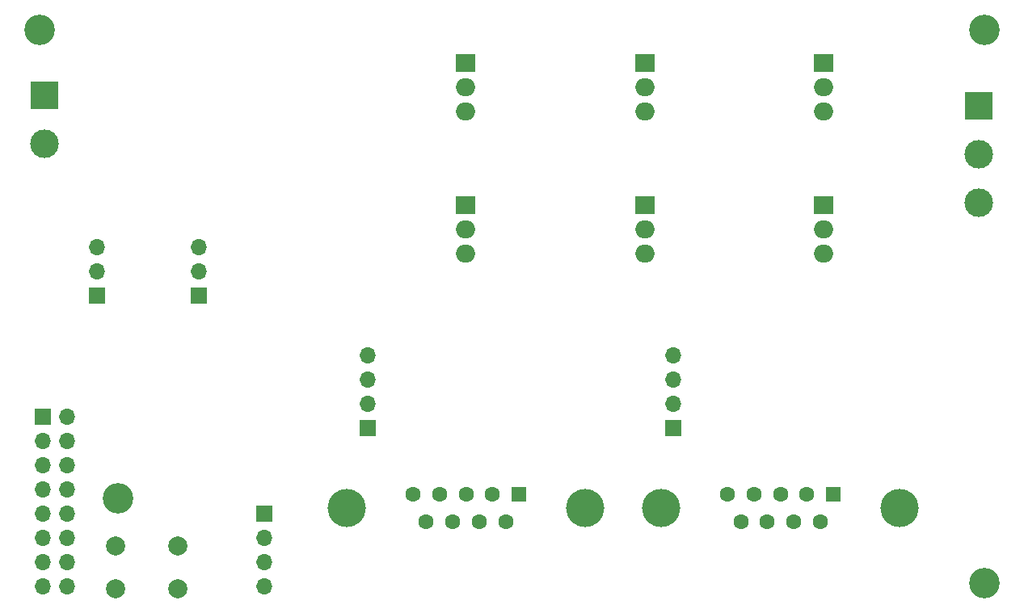
<source format=gbr>
%TF.GenerationSoftware,KiCad,Pcbnew,8.0.1*%
%TF.CreationDate,2024-05-23T13:36:51+02:00*%
%TF.ProjectId,BLDCsensDrv,424c4443-7365-46e7-9344-72762e6b6963,rev?*%
%TF.SameCoordinates,Original*%
%TF.FileFunction,Soldermask,Bot*%
%TF.FilePolarity,Negative*%
%FSLAX46Y46*%
G04 Gerber Fmt 4.6, Leading zero omitted, Abs format (unit mm)*
G04 Created by KiCad (PCBNEW 8.0.1) date 2024-05-23 13:36:51*
%MOMM*%
%LPD*%
G01*
G04 APERTURE LIST*
%ADD10R,2.000000X1.905000*%
%ADD11O,2.000000X1.905000*%
%ADD12R,1.700000X1.700000*%
%ADD13O,1.700000X1.700000*%
%ADD14R,3.000000X3.000000*%
%ADD15C,3.000000*%
%ADD16C,3.200000*%
%ADD17C,2.000000*%
%ADD18C,4.000000*%
%ADD19R,1.600000X1.600000*%
%ADD20C,1.600000*%
G04 APERTURE END LIST*
D10*
%TO.C,Q6*%
X175235000Y-79580000D03*
D11*
X175235000Y-82120000D03*
X175235000Y-84660000D03*
%TD*%
D12*
%TO.C,J5*%
X109800000Y-89025000D03*
D13*
X109800000Y-86485000D03*
X109800000Y-83945000D03*
%TD*%
D14*
%TO.C,J6*%
X191500000Y-69120000D03*
D15*
X191500000Y-74200000D03*
X191500000Y-79280000D03*
%TD*%
D12*
%TO.C,J25*%
X116600000Y-111920000D03*
D13*
X116600000Y-114460000D03*
X116600000Y-117000000D03*
X116600000Y-119540000D03*
%TD*%
D10*
%TO.C,Q5*%
X175235000Y-64680000D03*
D11*
X175235000Y-67220000D03*
X175235000Y-69760000D03*
%TD*%
D12*
%TO.C,J22*%
X159500000Y-102920000D03*
D13*
X159500000Y-100380000D03*
X159500000Y-97840000D03*
X159500000Y-95300000D03*
%TD*%
D16*
%TO.C,REF\u002A\u002A*%
X93100000Y-61200000D03*
%TD*%
D12*
%TO.C,J4*%
X99100000Y-89025000D03*
D13*
X99100000Y-86485000D03*
X99100000Y-83945000D03*
%TD*%
D10*
%TO.C,Q2*%
X137735000Y-79580000D03*
D11*
X137735000Y-82120000D03*
X137735000Y-84660000D03*
%TD*%
D17*
%TO.C,SW1*%
X101050000Y-115270000D03*
X107550000Y-115270000D03*
X101050000Y-119770000D03*
X107550000Y-119770000D03*
%TD*%
D16*
%TO.C,REF\u002A\u002A*%
X101300000Y-110300000D03*
%TD*%
D14*
%TO.C,J1*%
X93600000Y-68080000D03*
D15*
X93600000Y-73160000D03*
%TD*%
D10*
%TO.C,Q1*%
X137735000Y-64680000D03*
D11*
X137735000Y-67220000D03*
X137735000Y-69760000D03*
%TD*%
D10*
%TO.C,Q4*%
X156485000Y-79580000D03*
D11*
X156485000Y-82120000D03*
X156485000Y-84660000D03*
%TD*%
D10*
%TO.C,Q3*%
X156485000Y-64680000D03*
D11*
X156485000Y-67220000D03*
X156485000Y-69760000D03*
%TD*%
D16*
%TO.C,REF\u002A\u002A*%
X192100000Y-119200000D03*
%TD*%
D12*
%TO.C,J21*%
X127500000Y-102920000D03*
D13*
X127500000Y-100380000D03*
X127500000Y-97840000D03*
X127500000Y-95300000D03*
%TD*%
D18*
%TO.C,J23*%
X125260000Y-111340000D03*
X150260000Y-111340000D03*
D19*
X143300000Y-109920000D03*
D20*
X140530000Y-109920000D03*
X137760000Y-109920000D03*
X134990000Y-109920000D03*
X132220000Y-109920000D03*
X141915000Y-112760000D03*
X139145000Y-112760000D03*
X136375000Y-112760000D03*
X133605000Y-112760000D03*
%TD*%
D18*
%TO.C,J24*%
X158210000Y-111340000D03*
X183210000Y-111340000D03*
D19*
X176250000Y-109920000D03*
D20*
X173480000Y-109920000D03*
X170710000Y-109920000D03*
X167940000Y-109920000D03*
X165170000Y-109920000D03*
X174865000Y-112760000D03*
X172095000Y-112760000D03*
X169325000Y-112760000D03*
X166555000Y-112760000D03*
%TD*%
D16*
%TO.C,REF\u002A\u002A*%
X192100000Y-61200000D03*
%TD*%
D12*
%TO.C,J20*%
X93425000Y-101720000D03*
D13*
X95965000Y-101720000D03*
X93425000Y-104260000D03*
X95965000Y-104260000D03*
X93425000Y-106800000D03*
X95965000Y-106800000D03*
X93425000Y-109340000D03*
X95965000Y-109340000D03*
X93425000Y-111880000D03*
X95965000Y-111880000D03*
X93425000Y-114420000D03*
X95965000Y-114420000D03*
X93425000Y-116960000D03*
X95965000Y-116960000D03*
X93425000Y-119500000D03*
X95965000Y-119500000D03*
%TD*%
M02*

</source>
